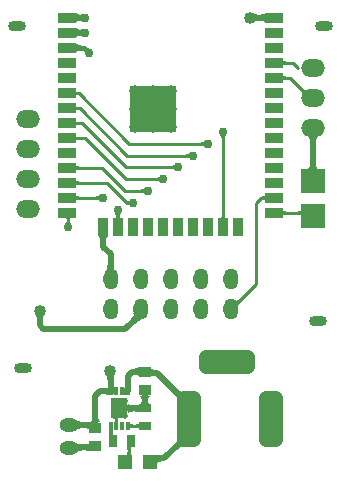
<source format=gbr>
G04*
G04 #@! TF.GenerationSoftware,Altium Limited,Altium Designer,22.4.2 (48)*
G04*
G04 Layer_Physical_Order=1*
G04 Layer_Color=255*
%FSLAX44Y44*%
%MOMM*%
G71*
G04*
G04 #@! TF.SameCoordinates,838EBF20-BE27-4DE5-A25A-4BBD7161CD63*
G04*
G04*
G04 #@! TF.FilePolarity,Positive*
G04*
G01*
G75*
%ADD10C,0.2540*%
%ADD14R,1.5000X0.9000*%
%ADD15R,0.9000X1.5000*%
%ADD16R,4.0000X4.0000*%
%ADD17R,1.0000X0.9500*%
%ADD18R,1.4500X1.7500*%
%ADD19R,0.3000X0.7500*%
%ADD20R,0.7500X1.0000*%
%ADD22R,1.0000X0.7500*%
%ADD23R,2.0000X2.0000*%
%ADD39R,1.2000X1.2000*%
%ADD40C,0.5080*%
%ADD41C,0.4572*%
%ADD42C,1.0000*%
%ADD43C,0.5080*%
%ADD44O,1.6000X1.2000*%
%ADD45O,1.2700X1.7780*%
G04:AMPARAMS|DCode=46|XSize=4.7mm|YSize=2mm|CornerRadius=0.5mm|HoleSize=0mm|Usage=FLASHONLY|Rotation=90.000|XOffset=0mm|YOffset=0mm|HoleType=Round|Shape=RoundedRectangle|*
%AMROUNDEDRECTD46*
21,1,4.7000,1.0000,0,0,90.0*
21,1,3.7000,2.0000,0,0,90.0*
1,1,1.0000,0.5000,1.8500*
1,1,1.0000,0.5000,-1.8500*
1,1,1.0000,-0.5000,-1.8500*
1,1,1.0000,-0.5000,1.8500*
%
%ADD46ROUNDEDRECTD46*%
G04:AMPARAMS|DCode=47|XSize=4.7mm|YSize=2mm|CornerRadius=0.5mm|HoleSize=0mm|Usage=FLASHONLY|Rotation=0.000|XOffset=0mm|YOffset=0mm|HoleType=Round|Shape=RoundedRectangle|*
%AMROUNDEDRECTD47*
21,1,4.7000,1.0000,0,0,0.0*
21,1,3.7000,2.0000,0,0,0.0*
1,1,1.0000,1.8500,-0.5000*
1,1,1.0000,-1.8500,-0.5000*
1,1,1.0000,-1.8500,0.5000*
1,1,1.0000,1.8500,0.5000*
%
%ADD47ROUNDEDRECTD47*%
%ADD48O,2.0000X1.5000*%
%ADD49O,1.5000X0.9000*%
%ADD50C,1.0160*%
%ADD51C,0.7620*%
G36*
X70020Y390903D02*
X70173Y390575D01*
X70427Y390285D01*
X70782Y390035D01*
X71240Y389822D01*
X71798Y389649D01*
X72459Y389514D01*
X73221Y389417D01*
X73479Y389400D01*
X74749Y389467D01*
Y389346D01*
X75050Y389340D01*
Y384260D01*
X74749Y384254D01*
Y384133D01*
X74703Y384157D01*
X74613Y384179D01*
X74480Y384198D01*
X74086Y384228D01*
X73979Y384231D01*
X72459Y384086D01*
X71798Y383951D01*
X71240Y383778D01*
X70782Y383565D01*
X70427Y383315D01*
X70173Y383025D01*
X70020Y382697D01*
X69970Y382331D01*
Y391269D01*
X70020Y390903D01*
D02*
G37*
G36*
X221015Y390163D02*
X221269Y389990D01*
X221560Y389838D01*
X221887Y389706D01*
X222251Y389594D01*
X222651Y389502D01*
X223088Y389431D01*
X223561Y389381D01*
X224617Y389340D01*
Y384260D01*
X224071Y384250D01*
X223088Y384169D01*
X222651Y384097D01*
X222251Y384006D01*
X221887Y383894D01*
X221560Y383762D01*
X221269Y383610D01*
X221015Y383437D01*
X220798Y383244D01*
Y390356D01*
X221015Y390163D01*
D02*
G37*
G36*
X230030Y382331D02*
X229980Y382697D01*
X229827Y383025D01*
X229573Y383315D01*
X229218Y383565D01*
X228761Y383778D01*
X228202Y383951D01*
X227541Y384086D01*
X226779Y384183D01*
X225916Y384241D01*
X224951Y384260D01*
Y389340D01*
X225916Y389359D01*
X227541Y389514D01*
X228202Y389649D01*
X228761Y389822D01*
X229218Y390035D01*
X229573Y390285D01*
X229827Y390575D01*
X229980Y390903D01*
X230030Y391269D01*
Y382331D01*
D02*
G37*
G36*
X70020Y378203D02*
X70173Y377875D01*
X70427Y377585D01*
X70782Y377335D01*
X71240Y377122D01*
X71798Y376949D01*
X72459Y376814D01*
X73221Y376717D01*
X73479Y376700D01*
X74749Y376767D01*
Y376646D01*
X75050Y376640D01*
Y371560D01*
X74749Y371554D01*
Y371433D01*
X74703Y371457D01*
X74613Y371479D01*
X74480Y371498D01*
X74086Y371528D01*
X73979Y371531D01*
X72459Y371386D01*
X71798Y371251D01*
X71240Y371078D01*
X70782Y370865D01*
X70427Y370615D01*
X70173Y370325D01*
X70020Y369997D01*
X69970Y369631D01*
Y378569D01*
X70020Y378203D01*
D02*
G37*
G36*
X70015Y365455D02*
X70152Y365083D01*
X70381Y364756D01*
X70701Y364472D01*
X71112Y364232D01*
X71616Y364035D01*
X72210Y363882D01*
X72896Y363773D01*
X73673Y363708D01*
X74542Y363686D01*
Y359114D01*
X73673Y359092D01*
X72896Y359027D01*
X72210Y358918D01*
X71616Y358765D01*
X71112Y358568D01*
X70701Y358328D01*
X70381Y358044D01*
X70152Y357716D01*
X70015Y357345D01*
X69970Y356931D01*
Y365869D01*
X70015Y365455D01*
D02*
G37*
G36*
X79431Y361957D02*
X80446Y361072D01*
X80647Y360930D01*
X80827Y360820D01*
X80986Y360741D01*
X81125Y360695D01*
X81242Y360680D01*
X77470Y356908D01*
X77455Y357025D01*
X77409Y357164D01*
X77330Y357323D01*
X77220Y357503D01*
X77078Y357704D01*
X76699Y358170D01*
X76193Y358719D01*
X75892Y359025D01*
X79125Y362258D01*
X79431Y361957D01*
D02*
G37*
G36*
X244965Y350999D02*
X245042Y350783D01*
X245170Y350592D01*
X245350Y350427D01*
X245582Y350288D01*
X245864Y350173D01*
X246199Y350084D01*
X246584Y350021D01*
X247021Y349983D01*
X247509Y349970D01*
Y347430D01*
X247021Y347417D01*
X246584Y347379D01*
X246199Y347316D01*
X245864Y347227D01*
X245582Y347113D01*
X245350Y346973D01*
X245170Y346808D01*
X245042Y346617D01*
X244965Y346401D01*
X244939Y346160D01*
Y351240D01*
X244965Y350999D01*
D02*
G37*
G36*
Y338299D02*
X245042Y338083D01*
X245170Y337892D01*
X245350Y337727D01*
X245582Y337588D01*
X245864Y337473D01*
X246199Y337384D01*
X246584Y337321D01*
X247021Y337283D01*
X247509Y337270D01*
Y334730D01*
X247021Y334717D01*
X246584Y334679D01*
X246199Y334616D01*
X245864Y334527D01*
X245582Y334412D01*
X245350Y334273D01*
X245170Y334108D01*
X245042Y333917D01*
X244965Y333701D01*
X244939Y333460D01*
Y338540D01*
X244965Y338299D01*
D02*
G37*
G36*
X262271Y326283D02*
X262648Y325959D01*
X263002Y325695D01*
X263332Y325490D01*
X263638Y325344D01*
X263921Y325257D01*
X264181Y325229D01*
X264417Y325260D01*
X264630Y325350D01*
X264820Y325500D01*
X261252Y321908D01*
X261401Y322099D01*
X261490Y322313D01*
X261520Y322550D01*
X261491Y322811D01*
X261403Y323095D01*
X261257Y323402D01*
X261051Y323733D01*
X260786Y324087D01*
X260462Y324464D01*
X260079Y324865D01*
X261871Y326665D01*
X262271Y326283D01*
D02*
G37*
G36*
X69963Y324795D02*
X70034Y324611D01*
X70153Y324448D01*
X70320Y324308D01*
X70535Y324188D01*
X70797Y324091D01*
X71107Y324015D01*
X71464Y323961D01*
X71869Y323929D01*
X72322Y323918D01*
Y321378D01*
X71869Y321367D01*
X71464Y321335D01*
X71107Y321281D01*
X70797Y321205D01*
X70535Y321107D01*
X70320Y320988D01*
X70153Y320847D01*
X70034Y320685D01*
X69963Y320501D01*
X69939Y320295D01*
Y325000D01*
X69963Y324795D01*
D02*
G37*
G36*
X69965Y312247D02*
X70042Y312031D01*
X70170Y311840D01*
X70350Y311675D01*
X70582Y311535D01*
X70864Y311421D01*
X71199Y311332D01*
X71584Y311269D01*
X72021Y311231D01*
X72509Y311218D01*
Y308678D01*
X72021Y308665D01*
X71584Y308627D01*
X71199Y308564D01*
X70864Y308475D01*
X70582Y308360D01*
X70350Y308221D01*
X70170Y308056D01*
X70042Y307865D01*
X69965Y307649D01*
X69939Y307408D01*
Y312488D01*
X69965Y312247D01*
D02*
G37*
G36*
Y299547D02*
X70042Y299331D01*
X70170Y299140D01*
X70350Y298975D01*
X70582Y298835D01*
X70864Y298721D01*
X71199Y298632D01*
X71584Y298569D01*
X72021Y298531D01*
X72509Y298518D01*
Y295978D01*
X72021Y295965D01*
X71584Y295927D01*
X71199Y295864D01*
X70864Y295775D01*
X70582Y295660D01*
X70350Y295521D01*
X70170Y295356D01*
X70042Y295165D01*
X69965Y294949D01*
X69939Y294708D01*
Y299788D01*
X69965Y299547D01*
D02*
G37*
G36*
X196902Y287001D02*
X196664Y286715D01*
X196455Y286420D01*
X196273Y286117D01*
X196119Y285805D01*
X195994Y285485D01*
X195896Y285157D01*
X195826Y284820D01*
X195784Y284475D01*
X195770Y284122D01*
X193230D01*
X193216Y284475D01*
X193174Y284820D01*
X193104Y285157D01*
X193006Y285485D01*
X192881Y285805D01*
X192727Y286117D01*
X192546Y286420D01*
X192336Y286715D01*
X192099Y287001D01*
X191833Y287279D01*
X197167D01*
X196902Y287001D01*
D02*
G37*
G36*
X69965Y286847D02*
X70042Y286631D01*
X70170Y286440D01*
X70350Y286275D01*
X70582Y286135D01*
X70864Y286021D01*
X71199Y285932D01*
X71584Y285869D01*
X72021Y285831D01*
X72509Y285818D01*
Y283278D01*
X72021Y283265D01*
X71584Y283227D01*
X71199Y283164D01*
X70864Y283075D01*
X70582Y282960D01*
X70350Y282821D01*
X70170Y282656D01*
X70042Y282465D01*
X69965Y282249D01*
X69939Y282008D01*
Y287088D01*
X69965Y286847D01*
D02*
G37*
G36*
X275100Y286320D02*
X274670Y286153D01*
X274290Y285873D01*
X273961Y285482D01*
X273683Y284979D01*
X273455Y284364D01*
X273278Y283638D01*
X273151Y282800D01*
X273075Y281850D01*
X273050Y280788D01*
X267970D01*
X267945Y281850D01*
X267869Y282800D01*
X267742Y283638D01*
X267565Y284364D01*
X267337Y284979D01*
X267059Y285482D01*
X266730Y285873D01*
X266350Y286153D01*
X265920Y286320D01*
X265439Y286376D01*
X275581D01*
X275100Y286320D01*
D02*
G37*
G36*
X179079Y277333D02*
X178801Y277598D01*
X178515Y277836D01*
X178220Y278046D01*
X177917Y278227D01*
X177605Y278381D01*
X177285Y278507D01*
X176957Y278604D01*
X176620Y278674D01*
X176275Y278716D01*
X175922Y278730D01*
Y281270D01*
X176275Y281284D01*
X176620Y281326D01*
X176957Y281396D01*
X177285Y281493D01*
X177605Y281619D01*
X177917Y281773D01*
X178220Y281954D01*
X178515Y282164D01*
X178801Y282402D01*
X179079Y282667D01*
Y277333D01*
D02*
G37*
G36*
X166379Y267333D02*
X166101Y267598D01*
X165815Y267836D01*
X165520Y268046D01*
X165217Y268227D01*
X164905Y268381D01*
X164585Y268507D01*
X164257Y268604D01*
X163920Y268674D01*
X163575Y268716D01*
X163222Y268730D01*
Y271270D01*
X163575Y271284D01*
X163920Y271326D01*
X164257Y271396D01*
X164585Y271493D01*
X164905Y271619D01*
X165217Y271773D01*
X165520Y271954D01*
X165815Y272164D01*
X166101Y272402D01*
X166379Y272667D01*
Y267333D01*
D02*
G37*
G36*
X273075Y262759D02*
X273152Y261890D01*
X273279Y261123D01*
X273456Y260459D01*
X273685Y259897D01*
X273964Y259437D01*
X274295Y259079D01*
X274676Y258824D01*
X275107Y258670D01*
X275590Y258619D01*
X265430D01*
X265913Y258670D01*
X266344Y258824D01*
X266725Y259079D01*
X267056Y259437D01*
X267335Y259897D01*
X267564Y260459D01*
X267741Y261123D01*
X267868Y261890D01*
X267945Y262759D01*
X267970Y263729D01*
X273050D01*
X273075Y262759D01*
D02*
G37*
G36*
X153679Y257333D02*
X153401Y257598D01*
X153115Y257836D01*
X152820Y258046D01*
X152517Y258227D01*
X152205Y258381D01*
X151885Y258507D01*
X151557Y258604D01*
X151220Y258674D01*
X150875Y258716D01*
X150522Y258730D01*
Y261270D01*
X150875Y261284D01*
X151220Y261326D01*
X151557Y261396D01*
X151885Y261493D01*
X152205Y261619D01*
X152517Y261773D01*
X152820Y261954D01*
X153115Y262164D01*
X153401Y262402D01*
X153679Y262667D01*
Y257333D01*
D02*
G37*
G36*
X69965Y262099D02*
X70042Y261883D01*
X70170Y261692D01*
X70350Y261527D01*
X70582Y261388D01*
X70864Y261273D01*
X71199Y261184D01*
X71584Y261121D01*
X72021Y261083D01*
X72509Y261070D01*
Y258530D01*
X72021Y258517D01*
X71584Y258479D01*
X71199Y258416D01*
X70864Y258327D01*
X70582Y258213D01*
X70350Y258073D01*
X70170Y257908D01*
X70042Y257717D01*
X69965Y257501D01*
X69939Y257260D01*
Y262340D01*
X69965Y262099D01*
D02*
G37*
G36*
X140979Y247333D02*
X140701Y247598D01*
X140415Y247836D01*
X140120Y248046D01*
X139817Y248227D01*
X139505Y248381D01*
X139185Y248507D01*
X138857Y248604D01*
X138520Y248674D01*
X138175Y248716D01*
X137822Y248730D01*
Y251270D01*
X138175Y251284D01*
X138520Y251326D01*
X138857Y251396D01*
X139185Y251493D01*
X139505Y251619D01*
X139817Y251773D01*
X140120Y251954D01*
X140415Y252164D01*
X140701Y252402D01*
X140979Y252667D01*
Y247333D01*
D02*
G37*
G36*
X69965Y249399D02*
X70042Y249183D01*
X70170Y248992D01*
X70350Y248827D01*
X70582Y248687D01*
X70864Y248573D01*
X71199Y248484D01*
X71584Y248421D01*
X72021Y248383D01*
X72509Y248370D01*
Y245830D01*
X72021Y245817D01*
X71584Y245779D01*
X71199Y245716D01*
X70864Y245627D01*
X70582Y245513D01*
X70350Y245373D01*
X70170Y245208D01*
X70042Y245017D01*
X69965Y244801D01*
X69939Y244560D01*
Y249640D01*
X69965Y249399D01*
D02*
G37*
G36*
X128279Y237333D02*
X128001Y237598D01*
X127715Y237836D01*
X127420Y238046D01*
X127117Y238227D01*
X126805Y238381D01*
X126485Y238507D01*
X126157Y238604D01*
X125820Y238674D01*
X125475Y238716D01*
X125122Y238730D01*
Y241270D01*
X125475Y241284D01*
X125820Y241326D01*
X126157Y241396D01*
X126485Y241493D01*
X126805Y241619D01*
X127117Y241773D01*
X127420Y241954D01*
X127715Y242164D01*
X128001Y242402D01*
X128279Y242667D01*
Y237333D01*
D02*
G37*
G36*
X230061Y231860D02*
X230035Y232101D01*
X229958Y232317D01*
X229830Y232508D01*
X229650Y232673D01*
X229418Y232812D01*
X229136Y232927D01*
X228801Y233016D01*
X228416Y233079D01*
X227979Y233117D01*
X227491Y233130D01*
Y235670D01*
X227979Y235683D01*
X228416Y235721D01*
X228801Y235784D01*
X229136Y235873D01*
X229418Y235987D01*
X229650Y236127D01*
X229830Y236292D01*
X229958Y236483D01*
X230035Y236699D01*
X230061Y236940D01*
Y231860D01*
D02*
G37*
G36*
X69965Y236699D02*
X70042Y236483D01*
X70170Y236292D01*
X70350Y236127D01*
X70582Y235987D01*
X70864Y235873D01*
X71199Y235784D01*
X71584Y235721D01*
X72021Y235683D01*
X72509Y235670D01*
Y233130D01*
X72021Y233117D01*
X71584Y233079D01*
X71199Y233016D01*
X70864Y232927D01*
X70582Y232812D01*
X70350Y232673D01*
X70170Y232508D01*
X70042Y232317D01*
X69965Y232101D01*
X69939Y231860D01*
Y236940D01*
X69965Y236699D01*
D02*
G37*
G36*
X89989Y231733D02*
X89711Y231998D01*
X89425Y232236D01*
X89130Y232446D01*
X88827Y232627D01*
X88515Y232781D01*
X88195Y232906D01*
X87867Y233004D01*
X87530Y233074D01*
X87185Y233116D01*
X86832Y233130D01*
Y235670D01*
X87185Y235684D01*
X87530Y235726D01*
X87867Y235796D01*
X88195Y235893D01*
X88515Y236019D01*
X88827Y236173D01*
X89130Y236355D01*
X89425Y236564D01*
X89711Y236802D01*
X89989Y237067D01*
Y231733D01*
D02*
G37*
G36*
X115000Y228096D02*
X114896Y228244D01*
X114766Y228377D01*
X114608Y228495D01*
X114424Y228596D01*
X114212Y228682D01*
X113974Y228753D01*
X113709Y228808D01*
X113417Y228847D01*
X113098Y228870D01*
X112752Y228878D01*
Y231418D01*
X113118Y231425D01*
X113767Y231484D01*
X114049Y231536D01*
X114304Y231602D01*
X114530Y231683D01*
X114729Y231779D01*
X114900Y231890D01*
X115043Y232015D01*
X115158Y232155D01*
X115000Y228096D01*
D02*
G37*
G36*
X260571Y219160D02*
X260545Y219401D01*
X260468Y219617D01*
X260340Y219808D01*
X260160Y219973D01*
X259928Y220112D01*
X259646Y220227D01*
X259311Y220316D01*
X258926Y220379D01*
X258489Y220417D01*
X258001Y220430D01*
Y222970D01*
X258489Y222983D01*
X258926Y223021D01*
X259311Y223084D01*
X259646Y223173D01*
X259928Y223288D01*
X260160Y223427D01*
X260340Y223592D01*
X260468Y223783D01*
X260545Y223999D01*
X260571Y224240D01*
Y219160D01*
D02*
G37*
G36*
X244965Y223999D02*
X245042Y223783D01*
X245170Y223592D01*
X245350Y223427D01*
X245582Y223288D01*
X245864Y223173D01*
X246199Y223084D01*
X246584Y223021D01*
X247021Y222983D01*
X247509Y222970D01*
Y220430D01*
X247021Y220417D01*
X246584Y220379D01*
X246199Y220316D01*
X245864Y220227D01*
X245582Y220112D01*
X245350Y219973D01*
X245170Y219808D01*
X245042Y219617D01*
X244965Y219401D01*
X244939Y219160D01*
Y224240D01*
X244965Y223999D01*
D02*
G37*
G36*
X195783Y218721D02*
X195821Y218284D01*
X195884Y217899D01*
X195973Y217564D01*
X196087Y217282D01*
X196227Y217050D01*
X196392Y216870D01*
X196583Y216742D01*
X196799Y216665D01*
X197040Y216639D01*
X191960D01*
X192201Y216665D01*
X192417Y216742D01*
X192608Y216870D01*
X192773Y217050D01*
X192913Y217282D01*
X193027Y217564D01*
X193116Y217899D01*
X193179Y218284D01*
X193217Y218721D01*
X193230Y219209D01*
X195770D01*
X195783Y218721D01*
D02*
G37*
G36*
X107812Y220521D02*
X107574Y220235D01*
X107365Y219940D01*
X107183Y219637D01*
X107029Y219325D01*
X106903Y219005D01*
X106806Y218677D01*
X106736Y218340D01*
X106730Y218293D01*
X106731Y218284D01*
X106794Y217899D01*
X106883Y217564D01*
X106997Y217282D01*
X107137Y217050D01*
X107302Y216870D01*
X107493Y216742D01*
X107709Y216665D01*
X107950Y216639D01*
X102870D01*
X103111Y216665D01*
X103327Y216742D01*
X103518Y216870D01*
X103683Y217050D01*
X103822Y217282D01*
X103937Y217564D01*
X104026Y217899D01*
X104089Y218284D01*
X104090Y218293D01*
X104084Y218340D01*
X104014Y218677D01*
X103917Y219005D01*
X103791Y219325D01*
X103637Y219637D01*
X103455Y219940D01*
X103246Y220235D01*
X103008Y220521D01*
X102743Y220799D01*
X108077D01*
X107812Y220521D01*
D02*
G37*
G36*
X65799Y217205D02*
X65583Y217129D01*
X65392Y217002D01*
X65227Y216824D01*
X65087Y216595D01*
X64973Y216316D01*
X64884Y215986D01*
X64821Y215605D01*
X64783Y215173D01*
X64782Y215133D01*
X64784Y215075D01*
X64826Y214730D01*
X64896Y214393D01*
X64994Y214065D01*
X65119Y213745D01*
X65273Y213433D01*
X65455Y213130D01*
X65664Y212835D01*
X65902Y212549D01*
X66167Y212271D01*
X60833D01*
X61098Y212549D01*
X61336Y212835D01*
X61546Y213130D01*
X61727Y213433D01*
X61881Y213745D01*
X62007Y214065D01*
X62104Y214393D01*
X62174Y214730D01*
X62216Y215075D01*
X62218Y215133D01*
X62217Y215173D01*
X62179Y215605D01*
X62116Y215986D01*
X62027Y216316D01*
X61912Y216595D01*
X61773Y216824D01*
X61608Y217002D01*
X61417Y217129D01*
X61201Y217205D01*
X60960Y217230D01*
X66040D01*
X65799Y217205D01*
D02*
G37*
G36*
X97003Y201680D02*
X96675Y201527D01*
X96385Y201273D01*
X96135Y200918D01*
X95922Y200460D01*
X95749Y199902D01*
X95614Y199241D01*
X95517Y198479D01*
X95459Y197616D01*
X95440Y196651D01*
X90360D01*
X90341Y197616D01*
X90186Y199241D01*
X90051Y199902D01*
X89878Y200460D01*
X89665Y200918D01*
X89415Y201273D01*
X89125Y201527D01*
X88797Y201680D01*
X88431Y201730D01*
X97370D01*
X97003Y201680D01*
D02*
G37*
G36*
X101765Y177172D02*
X101966Y174889D01*
X102143Y173961D01*
X102369Y173176D01*
X102646Y172534D01*
X102973Y172034D01*
X103350Y171678D01*
X103778Y171464D01*
X104256Y171392D01*
X94144D01*
X94622Y171464D01*
X95049Y171678D01*
X95427Y172034D01*
X95754Y172534D01*
X96031Y173176D01*
X96257Y173961D01*
X96433Y174889D01*
X96559Y175959D01*
X96635Y177172D01*
X96660Y178528D01*
X101740D01*
X101765Y177172D01*
D02*
G37*
G36*
X208672Y145776D02*
X208266Y145353D01*
X207620Y144565D01*
X207380Y144201D01*
X207196Y143857D01*
X207066Y143533D01*
X206992Y143229D01*
X206973Y142945D01*
X207009Y142680D01*
X207100Y142436D01*
X204693Y147181D01*
X204829Y146976D01*
X204995Y146838D01*
X205192Y146766D01*
X205419Y146760D01*
X205677Y146821D01*
X205965Y146947D01*
X206283Y147141D01*
X206632Y147400D01*
X207012Y147726D01*
X207422Y148118D01*
X208672Y145776D01*
D02*
G37*
G36*
X42733Y134585D02*
X42560Y134331D01*
X42408Y134040D01*
X42276Y133713D01*
X42164Y133349D01*
X42073Y132949D01*
X42001Y132512D01*
X41951Y132039D01*
X41910Y130983D01*
X36830D01*
X36820Y131529D01*
X36739Y132512D01*
X36667Y132949D01*
X36576Y133349D01*
X36464Y133713D01*
X36332Y134040D01*
X36180Y134331D01*
X36007Y134585D01*
X35814Y134802D01*
X42926D01*
X42733Y134585D01*
D02*
G37*
G36*
X125839Y130932D02*
X125228Y130843D01*
X124614Y130695D01*
X123995Y130488D01*
X123373Y130223D01*
X122748Y129900D01*
X122119Y129517D01*
X121485Y129076D01*
X120849Y128577D01*
X119564Y127402D01*
X115481Y130503D01*
X116376Y131433D01*
X117758Y133101D01*
X118244Y133837D01*
X118595Y134508D01*
X118810Y135115D01*
X118888Y135657D01*
X118830Y136134D01*
X118637Y136546D01*
X118307Y136894D01*
X125839Y130932D01*
D02*
G37*
G36*
X133262Y90599D02*
X133416Y90168D01*
X133673Y89787D01*
X134031Y89456D01*
X134491Y89177D01*
X135053Y88948D01*
X135717Y88771D01*
X136483Y88644D01*
X137350Y88567D01*
X138320Y88542D01*
Y83462D01*
X137354Y83451D01*
X135068Y83292D01*
X134509Y83196D01*
X134052Y83080D01*
X133697Y82942D01*
X133443Y82783D01*
X133290Y82602D01*
X133239Y82401D01*
X133209Y91082D01*
X133262Y90599D01*
D02*
G37*
G36*
X123301Y82401D02*
X123250Y82815D01*
X123097Y83185D01*
X122843Y83512D01*
X122488Y83795D01*
X122030Y84035D01*
X121472Y84231D01*
X120811Y84384D01*
X120049Y84493D01*
X119186Y84558D01*
X118221Y84580D01*
Y89660D01*
X119186Y89682D01*
X120049Y89747D01*
X120811Y89856D01*
X121472Y90009D01*
X122030Y90205D01*
X122488Y90445D01*
X122843Y90728D01*
X123097Y91055D01*
X123250Y91425D01*
X123301Y91840D01*
Y82401D01*
D02*
G37*
G36*
X102514Y83867D02*
X102348Y83611D01*
X102200Y83319D01*
X102073Y82990D01*
X101965Y82625D01*
X101877Y82224D01*
X101808Y81786D01*
X101759Y81312D01*
X101720Y80254D01*
X96640Y80115D01*
X96629Y80662D01*
X96546Y81643D01*
X96472Y82079D01*
X96378Y82478D01*
X96262Y82840D01*
X96126Y83165D01*
X95968Y83453D01*
X95790Y83705D01*
X95591Y83919D01*
X102701Y84087D01*
X102514Y83867D01*
D02*
G37*
G36*
X102711Y67590D02*
X102675Y67778D01*
X102569Y67946D01*
X102393Y68095D01*
X102146Y68223D01*
X101828Y68332D01*
X101440Y68422D01*
X100981Y68491D01*
X100451Y68540D01*
X99180Y68580D01*
Y73660D01*
X99851Y73664D01*
X102146Y73818D01*
X102393Y73875D01*
X102569Y73941D01*
X102675Y74016D01*
X102711Y74099D01*
Y67590D01*
D02*
G37*
G36*
X110655Y73722D02*
X110761Y73554D01*
X110940Y73405D01*
X111189Y73277D01*
X111509Y73168D01*
X111901Y73078D01*
X112364Y73009D01*
X112898Y72960D01*
X114180Y72920D01*
Y67840D01*
X113503Y67830D01*
X112364Y67751D01*
X111901Y67681D01*
X111509Y67592D01*
X111189Y67483D01*
X110940Y67355D01*
X110761Y67206D01*
X110655Y67038D01*
X110619Y66849D01*
Y73910D01*
X110655Y73722D01*
D02*
G37*
G36*
X97711Y66660D02*
X97660Y66885D01*
X97507Y67085D01*
X97253Y67262D01*
X96898Y67415D01*
X96440Y67545D01*
X95882Y67651D01*
X95221Y67734D01*
X93596Y67828D01*
X92631Y67840D01*
Y72920D01*
X93596Y72932D01*
X95882Y73109D01*
X96440Y73215D01*
X96898Y73345D01*
X97253Y73498D01*
X97507Y73675D01*
X97660Y73875D01*
X97711Y74099D01*
Y66660D01*
D02*
G37*
G36*
X155939Y72479D02*
X157702Y71000D01*
X158469Y70482D01*
X159161Y70112D01*
X159775Y69889D01*
X160314Y69813D01*
X160776Y69885D01*
X161162Y70105D01*
X161472Y70472D01*
X156018Y61618D01*
X156226Y62087D01*
X156308Y62611D01*
X156262Y63190D01*
X156090Y63826D01*
X155791Y64516D01*
X155366Y65262D01*
X154813Y66064D01*
X154134Y66921D01*
X153328Y67834D01*
X152395Y68802D01*
X154942Y73440D01*
X155939Y72479D01*
D02*
G37*
G36*
X132778Y66350D02*
X132365Y66197D01*
X132000Y65943D01*
X131685Y65588D01*
X131417Y65131D01*
X131199Y64572D01*
X131029Y63911D01*
X130907Y63149D01*
X130895Y63000D01*
X130907Y62851D01*
X131029Y62089D01*
X131199Y61428D01*
X131417Y60869D01*
X131685Y60412D01*
X132000Y60057D01*
X132365Y59803D01*
X132778Y59650D01*
X133239Y59599D01*
X123301D01*
X123762Y59650D01*
X124175Y59803D01*
X124540Y60057D01*
X124855Y60412D01*
X125123Y60869D01*
X125341Y61428D01*
X125511Y62089D01*
X125633Y62851D01*
X125645Y63000D01*
X125633Y63149D01*
X125511Y63911D01*
X125341Y64572D01*
X125123Y65131D01*
X124855Y65588D01*
X124540Y65943D01*
X124175Y66197D01*
X123762Y66350D01*
X123301Y66400D01*
X133239D01*
X132778Y66350D01*
D02*
G37*
G36*
X113920Y60477D02*
X114073Y60046D01*
X114329Y59665D01*
X114687Y59334D01*
X115147Y59055D01*
X115709Y58826D01*
X116373Y58649D01*
X117140Y58522D01*
X118008Y58445D01*
X118738Y58426D01*
X119186Y58432D01*
X121472Y58609D01*
X122030Y58715D01*
X122488Y58845D01*
X122843Y58998D01*
X123097Y59175D01*
X123250Y59375D01*
X123301Y59599D01*
Y52161D01*
X123250Y52385D01*
X123097Y52585D01*
X122843Y52762D01*
X122488Y52915D01*
X122030Y53045D01*
X121472Y53151D01*
X120811Y53234D01*
X119186Y53328D01*
X118738Y53334D01*
X118008Y53315D01*
X117140Y53238D01*
X116373Y53111D01*
X115709Y52934D01*
X115147Y52705D01*
X114687Y52426D01*
X114329Y52095D01*
X114073Y51714D01*
X113920Y51283D01*
X113869Y50800D01*
Y60960D01*
X113920Y60477D01*
D02*
G37*
G36*
X105234Y47639D02*
X105450D01*
X105452Y47191D01*
X106720D01*
X106479Y47165D01*
X106263Y47088D01*
X106072Y46960D01*
X105907Y46780D01*
X105767Y46548D01*
X105653Y46266D01*
X105564Y45931D01*
X105540Y45785D01*
X105578Y45201D01*
X105612Y45125D01*
X105649Y45100D01*
X105463D01*
X105450Y44620D01*
X102910D01*
X102898Y45100D01*
X102711D01*
X102748Y45125D01*
X102782Y45201D01*
X102812Y45328D01*
X102838Y45506D01*
X102847Y45619D01*
X102796Y45931D01*
X102707Y46266D01*
X102592Y46548D01*
X102453Y46780D01*
X102288Y46960D01*
X102097Y47088D01*
X101881Y47165D01*
X101640Y47191D01*
X102749D01*
X102715Y47254D01*
X102655Y47321D01*
X102588Y47357D01*
X102512Y47362D01*
X104713Y49686D01*
X105234Y47639D01*
D02*
G37*
G36*
X88924Y48584D02*
X88997Y47721D01*
X89119Y46959D01*
X89289Y46298D01*
X89507Y45739D01*
X89775Y45282D01*
X90090Y44927D01*
X90455Y44673D01*
X90868Y44520D01*
X91329Y44469D01*
X81390D01*
X81852Y44520D01*
X82265Y44673D01*
X82630Y44927D01*
X82945Y45282D01*
X83213Y45739D01*
X83431Y46298D01*
X83601Y46959D01*
X83723Y47721D01*
X83796Y48584D01*
X83820Y49549D01*
X88900D01*
X88924Y48584D01*
D02*
G37*
G36*
X123301Y42512D02*
X125510Y42658D01*
X125837Y42737D01*
X126075Y42827D01*
X126225Y42927D01*
Y39333D01*
X126075Y39433D01*
X125837Y39523D01*
X125510Y39602D01*
X125094Y39670D01*
X123997Y39776D01*
X123301Y39799D01*
Y38590D01*
X123275Y38831D01*
X123199Y39047D01*
X123072Y39238D01*
X122894Y39403D01*
X122666Y39543D01*
X122386Y39657D01*
X122056Y39746D01*
X121675Y39809D01*
X121243Y39847D01*
X120766Y39860D01*
X120740Y39860D01*
Y42400D01*
X120766Y42400D01*
X121243Y42413D01*
X121675Y42451D01*
X122056Y42514D01*
X122386Y42603D01*
X122666Y42717D01*
X122894Y42857D01*
X123072Y43022D01*
X123199Y43213D01*
X123275Y43429D01*
X123301Y43670D01*
Y42512D01*
D02*
G37*
G36*
X115645Y43429D02*
X115722Y43213D01*
X115850Y43022D01*
X116030Y42857D01*
X116262Y42717D01*
X116544Y42603D01*
X116879Y42514D01*
X117264Y42451D01*
X117701Y42413D01*
X118189Y42400D01*
Y39860D01*
X117701Y39847D01*
X117264Y39809D01*
X116879Y39746D01*
X116544Y39657D01*
X116262Y39543D01*
X116030Y39403D01*
X115850Y39238D01*
X115722Y39047D01*
X115645Y38831D01*
X115619Y38590D01*
Y43670D01*
X115645Y43429D01*
D02*
G37*
G36*
X69941Y46522D02*
X70573Y46106D01*
X71229Y45739D01*
X71909Y45421D01*
X72613Y45152D01*
X73341Y44932D01*
X74093Y44760D01*
X74868Y44638D01*
X75668Y44564D01*
X76491Y44540D01*
Y44538D01*
X81390Y44469D01*
Y36920D01*
X81340Y37403D01*
X81187Y37834D01*
X80933Y38215D01*
X80578Y38546D01*
X80120Y38825D01*
X79562Y39054D01*
X78901Y39231D01*
X78139Y39358D01*
X77276Y39435D01*
X76406Y39457D01*
X75668Y39436D01*
X74868Y39362D01*
X74093Y39240D01*
X73341Y39068D01*
X72613Y38848D01*
X71909Y38579D01*
X71229Y38261D01*
X70573Y37894D01*
X69941Y37478D01*
X69332Y37013D01*
Y46988D01*
X69941Y46522D01*
D02*
G37*
G36*
X100612Y37635D02*
X100578Y37559D01*
X100548Y37432D01*
X100522Y37254D01*
X100482Y36746D01*
X100454Y35308D01*
X100463Y34963D01*
X100501Y34527D01*
X100564Y34142D01*
X100653Y33809D01*
X100767Y33526D01*
X100907Y33295D01*
X101072Y33114D01*
X101263Y32985D01*
X101479Y32906D01*
X101720Y32879D01*
X97430Y32910D01*
X97522Y32935D01*
X97603Y33011D01*
X97675Y33138D01*
X97737Y33316D01*
X97790Y33544D01*
X97833Y33824D01*
X97891Y34535D01*
X97909Y35395D01*
X97908Y35603D01*
X97782Y37559D01*
X97748Y37635D01*
X97711Y37661D01*
X100649D01*
X100612Y37635D01*
D02*
G37*
G36*
X161840Y23508D02*
X161513Y23858D01*
X161111Y24061D01*
X160634Y24118D01*
X160083Y24030D01*
X159456Y23795D01*
X158755Y23415D01*
X157979Y22888D01*
X157129Y22215D01*
X156203Y21397D01*
X155203Y20432D01*
X152406Y24819D01*
X153353Y25802D01*
X154857Y27591D01*
X155413Y28397D01*
X155840Y29144D01*
X156136Y29832D01*
X156302Y30460D01*
X156337Y31030D01*
X156243Y31541D01*
X156018Y31993D01*
X161840Y23508D01*
D02*
G37*
G36*
X81390Y19030D02*
X81340Y19278D01*
X81187Y19500D01*
X80933Y19696D01*
X80578Y19865D01*
X80120Y20009D01*
X79562Y20126D01*
X78901Y20218D01*
X77276Y20322D01*
X76607Y20331D01*
X75520Y20310D01*
X73359Y20108D01*
X72491Y19932D01*
X71763Y19705D01*
X71178Y19428D01*
X70733Y19100D01*
X70430Y18722D01*
X70268Y18293D01*
X70248Y17814D01*
X69332Y26988D01*
X69744Y26689D01*
X70212Y26421D01*
X70737Y26186D01*
X71319Y25981D01*
X71957Y25808D01*
X72652Y25667D01*
X73404Y25556D01*
X75078Y25431D01*
X76000Y25415D01*
X76311Y23474D01*
Y25415D01*
X77276Y25440D01*
X78139Y25517D01*
X78901Y25644D01*
X79562Y25821D01*
X80120Y26050D01*
X80578Y26329D01*
X80933Y26660D01*
X81187Y27041D01*
X81340Y27472D01*
X81390Y27955D01*
Y19030D01*
D02*
G37*
G36*
X117107Y22945D02*
X116891Y22869D01*
X116700Y22742D01*
X116535Y22564D01*
X116396Y22336D01*
X116281Y22056D01*
X116192Y21726D01*
X116129Y21345D01*
X116091Y20913D01*
X116078Y20431D01*
X113538D01*
X113527Y20913D01*
X113494Y21345D01*
X113438Y21726D01*
X113361Y22056D01*
X113261Y22336D01*
X113139Y22564D01*
X112995Y22742D01*
X112829Y22869D01*
X112641Y22945D01*
X112430Y22970D01*
X117348D01*
X117107Y22945D01*
D02*
G37*
G36*
X116091Y18187D02*
X116129Y17755D01*
X116192Y17374D01*
X116281Y17044D01*
X116396Y16765D01*
X116535Y16536D01*
X116700Y16358D01*
X116891Y16231D01*
X117107Y16155D01*
X117348Y16129D01*
X112268D01*
X112509Y16155D01*
X112725Y16231D01*
X112916Y16358D01*
X113081Y16536D01*
X113221Y16765D01*
X113335Y17044D01*
X113424Y17374D01*
X113487Y17755D01*
X113525Y18187D01*
X113538Y18670D01*
X116078D01*
X116091Y18187D01*
D02*
G37*
G36*
X143469Y11080D02*
X142500Y11055D01*
X141633Y10978D01*
X140868Y10851D01*
X140204Y10674D01*
X139642Y10445D01*
X139182Y10166D01*
X138823Y9835D01*
X138567Y9454D01*
X138412Y9023D01*
X138359Y8540D01*
X138390Y16129D01*
X143469Y16160D01*
Y11080D01*
D02*
G37*
D10*
X73592Y309948D02*
X113540Y270000D01*
X63152Y309948D02*
X73592D01*
X113540Y270000D02*
X169100D01*
X63152Y322648D02*
X72322D01*
X114970Y280000D02*
X181800D01*
X62500Y323300D02*
X63152Y322648D01*
X72322D02*
X114970Y280000D01*
X62500Y310600D02*
X63152Y309948D01*
Y297248D02*
X74862D01*
X112110Y260000D02*
X156400D01*
X74862Y297248D02*
X112110Y260000D01*
X111950Y250000D02*
X143700D01*
X63152Y284548D02*
X77402D01*
X111950Y250000D01*
X91990Y259800D02*
X111790Y240000D01*
X62500Y259800D02*
X91990D01*
X111790Y240000D02*
X131000D01*
X118152Y230148D02*
X118300Y230000D01*
X95800Y247100D02*
X112752Y230148D01*
X118152D01*
X62500Y247100D02*
X95800D01*
X222250Y161150D02*
Y229870D01*
X200800Y139700D02*
X222250Y161150D01*
X267970Y318770D02*
X270510D01*
X250740Y336000D02*
X267970Y318770D01*
X237500Y336000D02*
X250740D01*
X237500Y348700D02*
X253280D01*
X257810Y344170D01*
X114808Y26598D02*
X116150Y27940D01*
X111420Y8890D02*
X114808Y12278D01*
Y26598D01*
X99180Y26670D02*
Y41380D01*
X99180Y41380D02*
X99180Y41380D01*
X114430Y41130D02*
X128020D01*
X104180Y41380D02*
Y48400D01*
X237500Y221700D02*
X267490D01*
X270510Y218680D01*
X105410Y209390D02*
Y223520D01*
Y209390D02*
X105600Y209200D01*
X63500Y209550D02*
Y220700D01*
X62500Y221700D02*
X63500Y220700D01*
X62500Y234400D02*
X92710D01*
X194500Y290000D02*
Y290267D01*
Y209200D02*
Y290000D01*
X62500Y297900D02*
X63152Y297248D01*
X62500Y285200D02*
X63152Y284548D01*
X222250Y229870D02*
X226780Y234400D01*
X237500D01*
D14*
Y386800D02*
D03*
Y374100D02*
D03*
Y361400D02*
D03*
Y348700D02*
D03*
Y336000D02*
D03*
Y323300D02*
D03*
Y310600D02*
D03*
Y297900D02*
D03*
Y285200D02*
D03*
Y272500D02*
D03*
Y259800D02*
D03*
Y247100D02*
D03*
Y234400D02*
D03*
Y221700D02*
D03*
X62500D02*
D03*
Y234400D02*
D03*
Y247100D02*
D03*
Y259800D02*
D03*
Y272500D02*
D03*
Y285200D02*
D03*
Y297900D02*
D03*
Y310600D02*
D03*
Y323300D02*
D03*
Y336000D02*
D03*
Y348700D02*
D03*
Y361400D02*
D03*
Y374100D02*
D03*
Y386800D02*
D03*
D15*
X156400Y209200D02*
D03*
X207200D02*
D03*
X194500D02*
D03*
X181800D02*
D03*
X169100D02*
D03*
X143700D02*
D03*
X131000D02*
D03*
X118300D02*
D03*
X105600D02*
D03*
X92900D02*
D03*
D16*
X135000Y309600D02*
D03*
D17*
X86360Y39750D02*
D03*
Y23750D02*
D03*
X128270Y71120D02*
D03*
Y87120D02*
D03*
D18*
X106680Y55880D02*
D03*
D19*
X114180Y41380D02*
D03*
X109180D02*
D03*
X104180D02*
D03*
X99180D02*
D03*
Y70380D02*
D03*
X104180D02*
D03*
X109180D02*
D03*
X114180D02*
D03*
D20*
X116150Y27940D02*
D03*
X101150D02*
D03*
D22*
X128270Y40880D02*
D03*
Y55880D02*
D03*
D23*
X270510Y218680D02*
D03*
Y248680D02*
D03*
D39*
X132420Y10160D02*
D03*
X111420Y10160D02*
D03*
D40*
X86360Y66040D02*
X90700Y70380D01*
X99180D01*
X86360Y39750D02*
Y42000D01*
Y41960D02*
Y66040D01*
X101970Y49750D02*
X102180Y49960D01*
X217170Y386800D02*
X237500D01*
X138788Y86002D02*
X158359Y66431D01*
X158727D01*
X163410Y61749D01*
Y32231D02*
Y61749D01*
X129388Y86002D02*
X138788D01*
X135880Y13620D02*
X144799D01*
X158727Y27549D01*
X158727D01*
X163410Y32231D01*
X124600Y136030D02*
Y139700D01*
X111760Y123190D02*
X124600Y136030D01*
X42346Y123190D02*
X111760D01*
X39370Y126166D02*
X42346Y123190D01*
X39370Y126166D02*
Y138430D01*
X128270Y87120D02*
X129388Y86002D01*
X99180Y71120D02*
X102835D01*
X99180D02*
Y87510D01*
X99060Y87630D02*
X99180Y87510D01*
X64875Y22875D02*
X85485D01*
X64000Y22000D02*
X64875Y22875D01*
X85485D02*
X86360Y23750D01*
X64000Y42000D02*
X83860D01*
X128270Y55880D02*
Y71120D01*
X133021Y10761D02*
X135880Y13620D01*
X133021Y9831D02*
Y10761D01*
X117600Y87120D02*
X128270D01*
X106680Y55880D02*
X128270D01*
X128020Y41130D02*
X128270Y40880D01*
X102180Y49960D02*
Y50080D01*
X102835Y71120D02*
X102929Y71214D01*
X114180Y83700D02*
X117600Y87120D01*
X114180Y70380D02*
Y83700D01*
X110381Y70380D02*
X114180D01*
X62500Y374100D02*
X77470D01*
X62500Y386800D02*
X77470D01*
X92900Y192850D02*
Y209200D01*
X99200Y165100D02*
Y186550D01*
X92900Y192850D02*
X99200Y186550D01*
X270510Y254790D02*
Y293370D01*
D41*
X76750Y361400D02*
X81280Y356870D01*
X62500Y361400D02*
X76750D01*
D42*
X135000Y309600D02*
D03*
Y294600D02*
D03*
Y324670D02*
D03*
X150000Y309600D02*
D03*
X120000D02*
D03*
Y294600D02*
D03*
X150000D02*
D03*
Y324670D02*
D03*
X120000D02*
D03*
D43*
X111180Y49880D02*
D03*
X102180D02*
D03*
X111180Y61880D02*
D03*
X102180D02*
D03*
D44*
X64000Y22000D02*
D03*
Y42000D02*
D03*
D45*
X150000Y165100D02*
D03*
X175400Y139700D02*
D03*
X124600Y165100D02*
D03*
Y139700D02*
D03*
X99200Y165100D02*
D03*
Y139700D02*
D03*
X150000D02*
D03*
X200800D02*
D03*
Y165100D02*
D03*
X175400Y165100D02*
D03*
D46*
X235000Y46990D02*
D03*
X166000D02*
D03*
D47*
X197500Y94990D02*
D03*
D48*
X270510Y344170D02*
D03*
Y293370D02*
D03*
Y318770D02*
D03*
X29000Y224790D02*
D03*
Y275590D02*
D03*
Y250190D02*
D03*
Y300990D02*
D03*
D49*
X275000Y130000D02*
D03*
X25000Y90000D02*
D03*
X20000Y380000D02*
D03*
X280000D02*
D03*
D50*
X217170Y386800D02*
D03*
X39370Y138430D02*
D03*
X99060Y87630D02*
D03*
D51*
X105410Y223520D02*
D03*
X63500Y209550D02*
D03*
X92710Y234400D02*
D03*
X194500Y290000D02*
D03*
X181800Y280000D02*
D03*
X118300Y230000D02*
D03*
X169100Y270000D02*
D03*
X156400Y260000D02*
D03*
X131000Y240000D02*
D03*
X143700Y250000D02*
D03*
X81280Y356870D02*
D03*
X77470Y374100D02*
D03*
Y386800D02*
D03*
M02*

</source>
